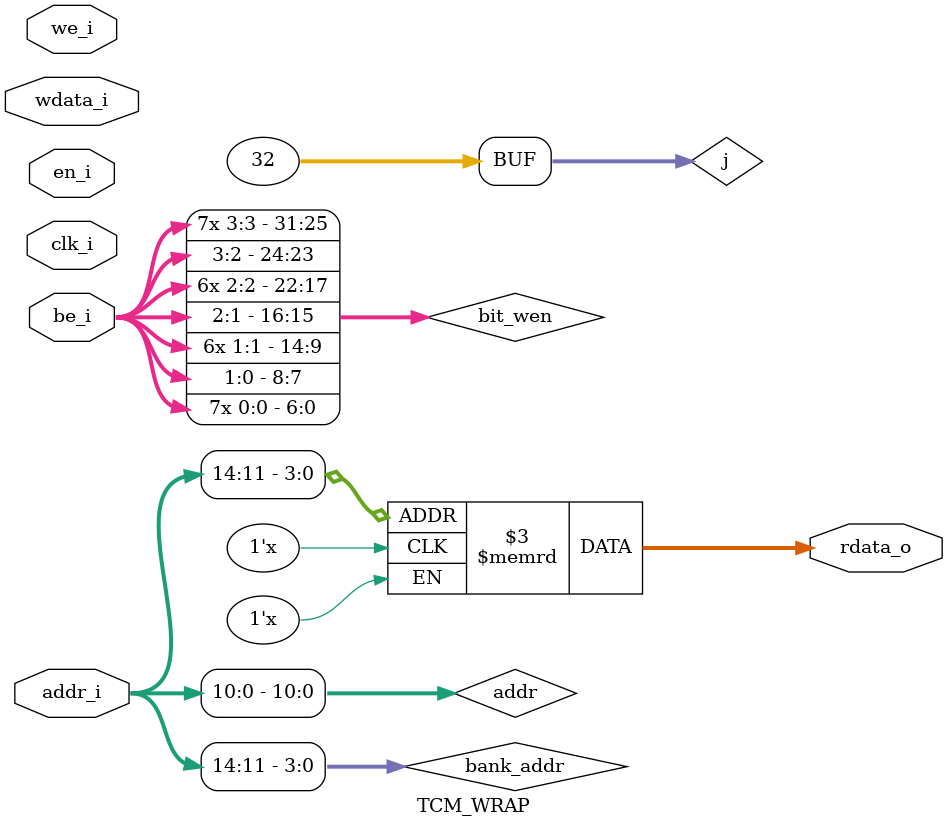
<source format=sv>

module TCM_WRAP
#(
    parameter int unsigned DATA_WIDTH = 32,
    parameter int unsigned DEPTH      = 8192,              // in DATA_WIDTH
    parameter int unsigned ADDR_WIDTH = $clog2(DEPTH*32/8) // in byte
)(
     input  logic                        clk_i
    ,input  logic                        en_i
    ,input  logic [ADDR_WIDTH-1:0]       addr_i     // should align to DATA_WIDTH, in byte
    ,input  logic [DATA_WIDTH-1:0]       wdata_i
    ,input  logic                        we_i
    ,input  logic [DATA_WIDTH/8-1:0]     be_i
    ,output logic [DATA_WIDTH-1:0]       rdata_o
);

    // spilt to several bank
    localparam BANK_DEPTH       = 512;
    localparam BANK_NUM         = DEPTH / BANK_DEPTH;
    localparam BANK_ADDR_WIDTH  = $clog2(BANK_NUM); 
    localparam SPILT_ADDR_WIDTH = ADDR_WIDTH-BANK_ADDR_WIDTH; 
    
    logic [BANK_ADDR_WIDTH-1:0]             bank_addr;
    logic [BANK_NUM-1:0]                    bank_en;
    logic [DATA_WIDTH-1:0]                  bank_rdata[BANK_NUM-1:0];
    logic [SPILT_ADDR_WIDTH-1:0]            addr;
    logic [DATA_WIDTH-1:0]                  bit_wen;
    
    // addr_i = { bank_addr, addr }
    assign bank_addr = addr_i[ADDR_WIDTH-1 -: BANK_ADDR_WIDTH]; // select bank ram
    assign addr      = addr_i[ADDR_WIDTH-BANK_ADDR_WIDTH-1:0 ]; // bank ram addr

    integer j;
    always_comb begin
        for(j=0; j<DATA_WIDTH; j=j+1) begin
            bit_wen[j] = be_i[j/8];
        end
    end

    genvar i;
    generate
        for (i=0; i<BANK_NUM; i=i+1) begin:gen_spilt_ram // 512*32bit=2KB

            assign bank_en[i] = en_i & (bank_addr==BANK_ADDR_WIDTH'(i));
    
            `ifdef SMIC55LL
                S55NLLGSPH_X64Y8D32_BW u_tcm_ram (
                    .Q    ( bank_rdata[i] ) ,
                    .CLK  ( clk_i         ) ,
                    .CEN  ( ~bank_en[i]   ) ,
                    .WEN  ( ~we_i         ) ,
                    .BWEN ( ~bit_wen      ) ,
                    .A    ( addr[2+:9]    ) , // in word
                    .D    ( wdata_i       ) 
                );

            `else
                sp_ram
                #(
                    .ADDR_WIDTH ( SPILT_ADDR_WIDTH ), // in byte
                    .DATA_WIDTH ( DATA_WIDTH       ), // 
                    .NUM_WORDS  ( BANK_DEPTH       )  // in DATA_WIDTH, = RAM Depth
                )
                sp_ram_i
                (
                    .clk     ( clk_i                                 ) ,
                    .en_i    ( bank_en[i]                            ) ,
                    .addr_i  ( addr                                  ) , 
                    .wdata_i ( wdata_i                               ) ,
                    .rdata_o ( bank_rdata[i]                         ) ,
                    .we_i    ( we_i                                  ) ,
                    .be_i    ( be_i                                  ) 
                );

            `endif
    
        end
    endgenerate

    assign rdata_o = bank_rdata[bank_addr];


endmodule


</source>
